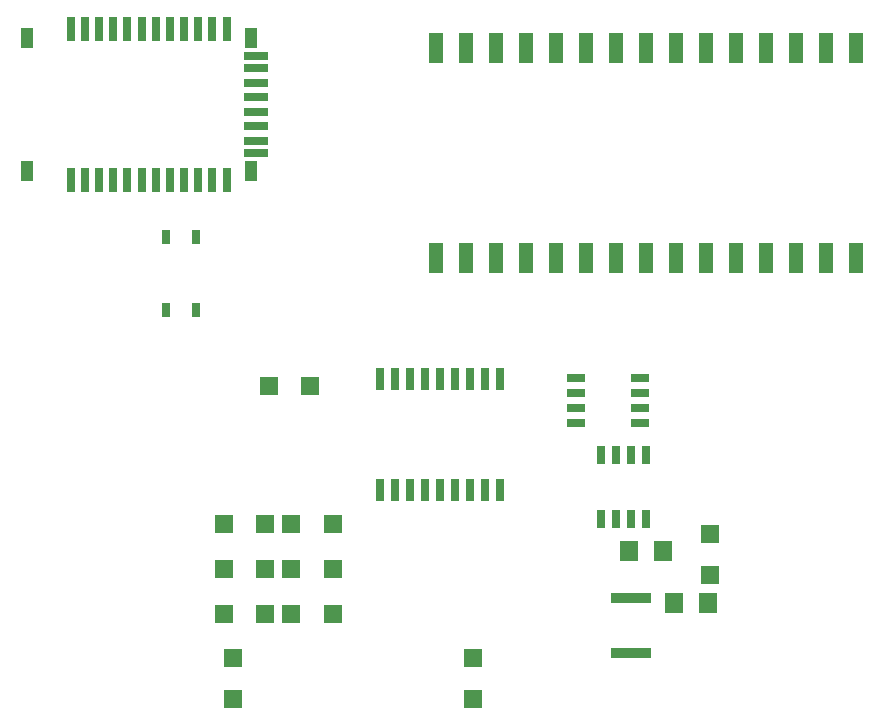
<source format=gbr>
G04 EAGLE Gerber RS-274X export*
G75*
%MOMM*%
%FSLAX34Y34*%
%LPD*%
%INSolderpaste Top*%
%IPPOS*%
%AMOC8*
5,1,8,0,0,1.08239X$1,22.5*%
G01*
%ADD10R,1.500000X1.500000*%
%ADD11R,1.270000X2.540000*%
%ADD12R,3.430000X0.890000*%
%ADD13R,0.800000X2.000000*%
%ADD14R,2.000000X0.800000*%
%ADD15R,1.000000X1.800000*%
%ADD16R,0.650000X1.850000*%
%ADD17R,1.528000X0.650000*%
%ADD18R,0.650000X1.528000*%
%ADD19R,0.800000X1.200000*%
%ADD20R,1.600000X1.803000*%


D10*
X236500Y374650D03*
X271500Y374650D03*
D11*
X358775Y676275D03*
X384175Y676275D03*
X409575Y676275D03*
X434975Y676275D03*
X460375Y676275D03*
X485775Y676275D03*
X511175Y676275D03*
X536575Y676275D03*
X561975Y676275D03*
X587375Y676275D03*
X612775Y676275D03*
X638175Y676275D03*
X663575Y676275D03*
X688975Y676275D03*
X714375Y676275D03*
X714375Y854075D03*
X688975Y854075D03*
X663575Y854075D03*
X638175Y854075D03*
X612775Y854075D03*
X587375Y854075D03*
X561975Y854075D03*
X536575Y854075D03*
X511175Y854075D03*
X485775Y854075D03*
X460375Y854075D03*
X434975Y854075D03*
X409575Y854075D03*
X384175Y854075D03*
X358775Y854075D03*
D10*
X590550Y442950D03*
X590550Y407950D03*
X214350Y374650D03*
X179350Y374650D03*
X214350Y412750D03*
X179350Y412750D03*
D12*
X523875Y388375D03*
X523875Y341875D03*
D13*
X49550Y742450D03*
X61550Y742450D03*
X73550Y742450D03*
X85550Y742450D03*
X97550Y742450D03*
X109550Y742450D03*
X121550Y742450D03*
X133550Y742450D03*
X145550Y742450D03*
X157550Y742450D03*
X169550Y742450D03*
X181550Y742450D03*
X181550Y870450D03*
X169550Y870450D03*
X157550Y870450D03*
X145550Y870450D03*
X133550Y870450D03*
X121550Y870450D03*
X109550Y870450D03*
X97550Y870450D03*
X85550Y870450D03*
X73550Y870450D03*
X61550Y870450D03*
X49550Y870450D03*
D14*
X206550Y837450D03*
X206550Y775450D03*
X206550Y847450D03*
X206550Y824450D03*
X206550Y812450D03*
X206550Y800450D03*
X206550Y788450D03*
X206550Y765450D03*
D15*
X202550Y750450D03*
X12550Y750450D03*
X202550Y862450D03*
X12550Y862450D03*
D16*
X311150Y480300D03*
X323850Y480300D03*
X336550Y480300D03*
X349250Y480300D03*
X361950Y480300D03*
X374650Y480300D03*
X387350Y480300D03*
X400050Y480300D03*
X412750Y480300D03*
X412750Y573800D03*
X400050Y573800D03*
X387350Y573800D03*
X374650Y573800D03*
X361950Y573800D03*
X349250Y573800D03*
X336550Y573800D03*
X323850Y573800D03*
X311150Y573800D03*
D17*
X477715Y574675D03*
X477715Y561975D03*
X477715Y549275D03*
X477715Y536575D03*
X531935Y536575D03*
X531935Y549275D03*
X531935Y561975D03*
X531935Y574675D03*
D18*
X536575Y509710D03*
X523875Y509710D03*
X511175Y509710D03*
X498475Y509710D03*
X498475Y455490D03*
X511175Y455490D03*
X523875Y455490D03*
X536575Y455490D03*
D10*
X390525Y303175D03*
X390525Y338175D03*
D19*
X155575Y694325D03*
X130175Y694325D03*
X130175Y632825D03*
X155575Y632825D03*
D10*
X187325Y303175D03*
X187325Y338175D03*
X214350Y450850D03*
X179350Y450850D03*
X236500Y450850D03*
X271500Y450850D03*
D20*
X550795Y428625D03*
X522355Y428625D03*
X560455Y384175D03*
X588895Y384175D03*
D10*
X236500Y412750D03*
X271500Y412750D03*
X252450Y568325D03*
X217450Y568325D03*
M02*

</source>
